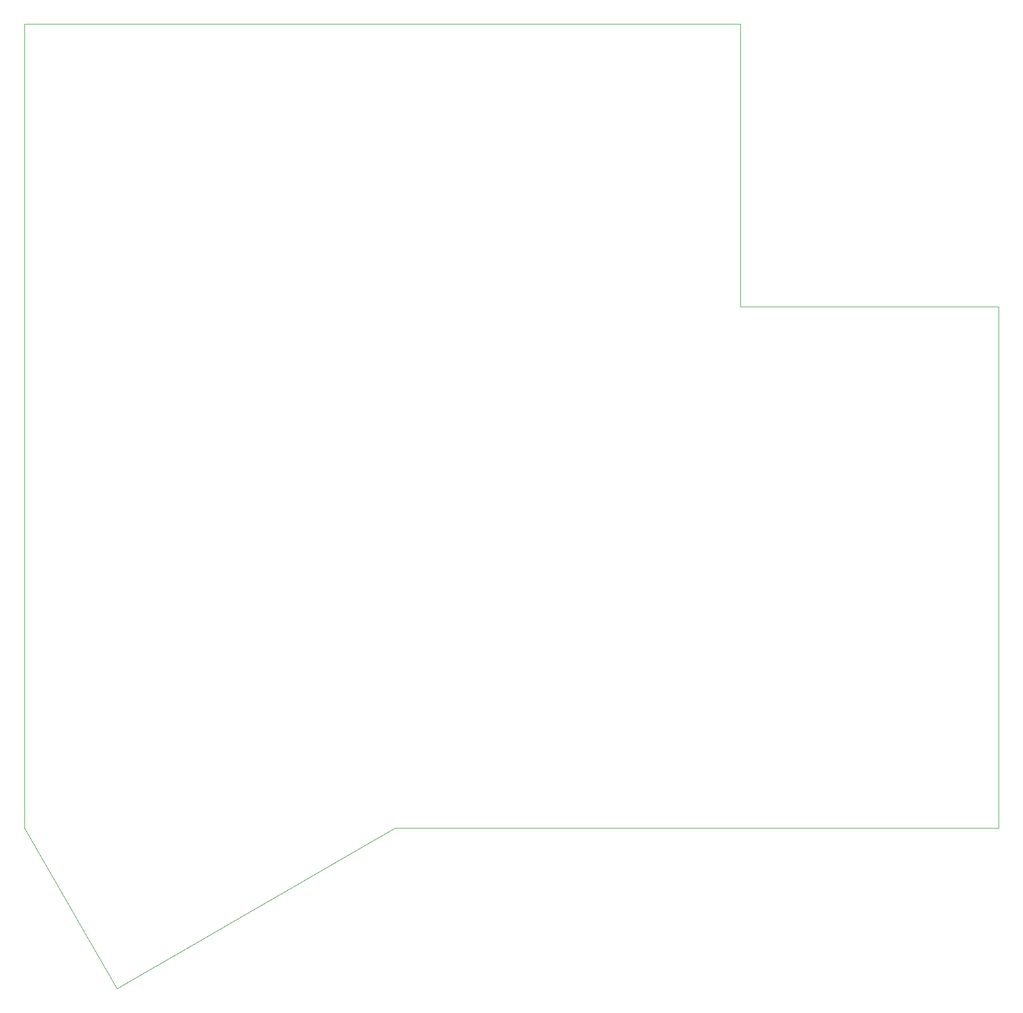
<source format=gm1>
G04 #@! TF.GenerationSoftware,KiCad,Pcbnew,5.1.10*
G04 #@! TF.CreationDate,2022-03-09T15:20:40-05:00*
G04 #@! TF.ProjectId,bourbondox2_right,626f7572-626f-46e6-946f-78325f726967,rev?*
G04 #@! TF.SameCoordinates,Original*
G04 #@! TF.FileFunction,Profile,NP*
%FSLAX46Y46*%
G04 Gerber Fmt 4.6, Leading zero omitted, Abs format (unit mm)*
G04 Created by KiCad (PCBNEW 5.1.10) date 2022-03-09 15:20:40*
%MOMM*%
%LPD*%
G01*
G04 APERTURE LIST*
G04 #@! TA.AperFunction,Profile*
%ADD10C,0.050000*%
G04 #@! TD*
G04 APERTURE END LIST*
D10*
X62706250Y-184943750D02*
X47625000Y-158750000D01*
X107950000Y-158750000D02*
X62706250Y-184943750D01*
X47625000Y-27781250D02*
X47625000Y-158750000D01*
X206375000Y-158750000D02*
X107950000Y-158750000D01*
X206375000Y-73818750D02*
X206375000Y-158750000D01*
X164306250Y-73818750D02*
X206375000Y-73818750D01*
X164306250Y-27781250D02*
X164306250Y-73818750D01*
X47625000Y-27781250D02*
X164306250Y-27781250D01*
M02*

</source>
